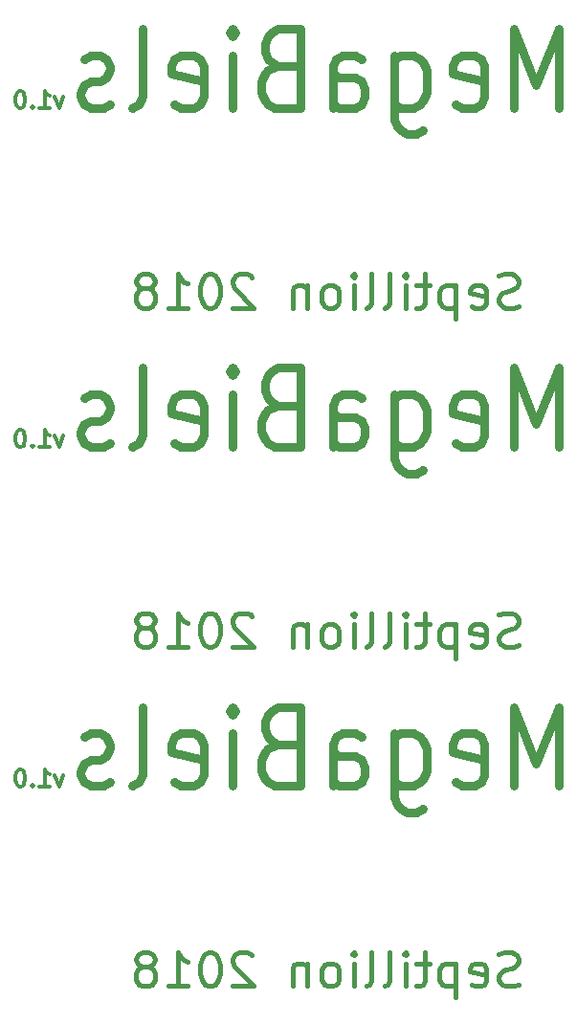
<source format=gbr>
G04 #@! TF.GenerationSoftware,KiCad,Pcbnew,(5.0.0)*
G04 #@! TF.CreationDate,2018-09-02T17:29:03+02:00*
G04 #@! TF.ProjectId,MegaBiels_P,4D6567614269656C735F502E6B696361,rev?*
G04 #@! TF.SameCoordinates,Original*
G04 #@! TF.FileFunction,Legend,Bot*
G04 #@! TF.FilePolarity,Positive*
%FSLAX46Y46*%
G04 Gerber Fmt 4.6, Leading zero omitted, Abs format (unit mm)*
G04 Created by KiCad (PCBNEW (5.0.0)) date 09/02/18 17:29:03*
%MOMM*%
%LPD*%
G01*
G04 APERTURE LIST*
%ADD10C,0.800000*%
%ADD11C,0.400000*%
%ADD12C,0.300000*%
G04 APERTURE END LIST*
D10*
X180500000Y-122666666D02*
X180500000Y-115666666D01*
X178500000Y-120666666D01*
X176500000Y-115666666D01*
X176500000Y-122666666D01*
X171357142Y-122333333D02*
X171928571Y-122666666D01*
X173071428Y-122666666D01*
X173642857Y-122333333D01*
X173928571Y-121666666D01*
X173928571Y-119000000D01*
X173642857Y-118333333D01*
X173071428Y-118000000D01*
X171928571Y-118000000D01*
X171357142Y-118333333D01*
X171071428Y-119000000D01*
X171071428Y-119666666D01*
X173928571Y-120333333D01*
X165928571Y-118000000D02*
X165928571Y-123666666D01*
X166214285Y-124333333D01*
X166500000Y-124666666D01*
X167071428Y-125000000D01*
X167928571Y-125000000D01*
X168500000Y-124666666D01*
X165928571Y-122333333D02*
X166500000Y-122666666D01*
X167642857Y-122666666D01*
X168214285Y-122333333D01*
X168500000Y-122000000D01*
X168785714Y-121333333D01*
X168785714Y-119333333D01*
X168500000Y-118666666D01*
X168214285Y-118333333D01*
X167642857Y-118000000D01*
X166500000Y-118000000D01*
X165928571Y-118333333D01*
X160500000Y-122666666D02*
X160500000Y-119000000D01*
X160785714Y-118333333D01*
X161357142Y-118000000D01*
X162500000Y-118000000D01*
X163071428Y-118333333D01*
X160500000Y-122333333D02*
X161071428Y-122666666D01*
X162500000Y-122666666D01*
X163071428Y-122333333D01*
X163357142Y-121666666D01*
X163357142Y-121000000D01*
X163071428Y-120333333D01*
X162500000Y-120000000D01*
X161071428Y-120000000D01*
X160500000Y-119666666D01*
X155642857Y-119000000D02*
X154785714Y-119333333D01*
X154500000Y-119666666D01*
X154214285Y-120333333D01*
X154214285Y-121333333D01*
X154500000Y-122000000D01*
X154785714Y-122333333D01*
X155357142Y-122666666D01*
X157642857Y-122666666D01*
X157642857Y-115666666D01*
X155642857Y-115666666D01*
X155071428Y-116000000D01*
X154785714Y-116333333D01*
X154500000Y-117000000D01*
X154500000Y-117666666D01*
X154785714Y-118333333D01*
X155071428Y-118666666D01*
X155642857Y-119000000D01*
X157642857Y-119000000D01*
X151642857Y-122666666D02*
X151642857Y-118000000D01*
X151642857Y-115666666D02*
X151928571Y-116000000D01*
X151642857Y-116333333D01*
X151357142Y-116000000D01*
X151642857Y-115666666D01*
X151642857Y-116333333D01*
X146500000Y-122333333D02*
X147071428Y-122666666D01*
X148214285Y-122666666D01*
X148785714Y-122333333D01*
X149071428Y-121666666D01*
X149071428Y-119000000D01*
X148785714Y-118333333D01*
X148214285Y-118000000D01*
X147071428Y-118000000D01*
X146500000Y-118333333D01*
X146214285Y-119000000D01*
X146214285Y-119666666D01*
X149071428Y-120333333D01*
X142785714Y-122666666D02*
X143357142Y-122333333D01*
X143642857Y-121666666D01*
X143642857Y-115666666D01*
X140785714Y-122333333D02*
X140214285Y-122666666D01*
X139071428Y-122666666D01*
X138500000Y-122333333D01*
X138214285Y-121666666D01*
X138214285Y-121333333D01*
X138500000Y-120666666D01*
X139071428Y-120333333D01*
X139928571Y-120333333D01*
X140500000Y-120000000D01*
X140785714Y-119333333D01*
X140785714Y-119000000D01*
X140500000Y-118333333D01*
X139928571Y-118000000D01*
X139071428Y-118000000D01*
X138500000Y-118333333D01*
D11*
X176928571Y-140214285D02*
X176500000Y-140357142D01*
X175785714Y-140357142D01*
X175500000Y-140214285D01*
X175357142Y-140071428D01*
X175214285Y-139785714D01*
X175214285Y-139500000D01*
X175357142Y-139214285D01*
X175500000Y-139071428D01*
X175785714Y-138928571D01*
X176357142Y-138785714D01*
X176642857Y-138642857D01*
X176785714Y-138500000D01*
X176928571Y-138214285D01*
X176928571Y-137928571D01*
X176785714Y-137642857D01*
X176642857Y-137500000D01*
X176357142Y-137357142D01*
X175642857Y-137357142D01*
X175214285Y-137500000D01*
X172785714Y-140214285D02*
X173071428Y-140357142D01*
X173642857Y-140357142D01*
X173928571Y-140214285D01*
X174071428Y-139928571D01*
X174071428Y-138785714D01*
X173928571Y-138500000D01*
X173642857Y-138357142D01*
X173071428Y-138357142D01*
X172785714Y-138500000D01*
X172642857Y-138785714D01*
X172642857Y-139071428D01*
X174071428Y-139357142D01*
X171357142Y-138357142D02*
X171357142Y-141357142D01*
X171357142Y-138500000D02*
X171071428Y-138357142D01*
X170500000Y-138357142D01*
X170214285Y-138500000D01*
X170071428Y-138642857D01*
X169928571Y-138928571D01*
X169928571Y-139785714D01*
X170071428Y-140071428D01*
X170214285Y-140214285D01*
X170500000Y-140357142D01*
X171071428Y-140357142D01*
X171357142Y-140214285D01*
X169071428Y-138357142D02*
X167928571Y-138357142D01*
X168642857Y-137357142D02*
X168642857Y-139928571D01*
X168500000Y-140214285D01*
X168214285Y-140357142D01*
X167928571Y-140357142D01*
X166928571Y-140357142D02*
X166928571Y-138357142D01*
X166928571Y-137357142D02*
X167071428Y-137500000D01*
X166928571Y-137642857D01*
X166785714Y-137500000D01*
X166928571Y-137357142D01*
X166928571Y-137642857D01*
X165071428Y-140357142D02*
X165357142Y-140214285D01*
X165500000Y-139928571D01*
X165500000Y-137357142D01*
X163500000Y-140357142D02*
X163785714Y-140214285D01*
X163928571Y-139928571D01*
X163928571Y-137357142D01*
X162357142Y-140357142D02*
X162357142Y-138357142D01*
X162357142Y-137357142D02*
X162500000Y-137500000D01*
X162357142Y-137642857D01*
X162214285Y-137500000D01*
X162357142Y-137357142D01*
X162357142Y-137642857D01*
X160500000Y-140357142D02*
X160785714Y-140214285D01*
X160928571Y-140071428D01*
X161071428Y-139785714D01*
X161071428Y-138928571D01*
X160928571Y-138642857D01*
X160785714Y-138500000D01*
X160500000Y-138357142D01*
X160071428Y-138357142D01*
X159785714Y-138500000D01*
X159642857Y-138642857D01*
X159500000Y-138928571D01*
X159500000Y-139785714D01*
X159642857Y-140071428D01*
X159785714Y-140214285D01*
X160071428Y-140357142D01*
X160500000Y-140357142D01*
X158214285Y-138357142D02*
X158214285Y-140357142D01*
X158214285Y-138642857D02*
X158071428Y-138500000D01*
X157785714Y-138357142D01*
X157357142Y-138357142D01*
X157071428Y-138500000D01*
X156928571Y-138785714D01*
X156928571Y-140357142D01*
X153357142Y-137642857D02*
X153214285Y-137500000D01*
X152928571Y-137357142D01*
X152214285Y-137357142D01*
X151928571Y-137500000D01*
X151785714Y-137642857D01*
X151642857Y-137928571D01*
X151642857Y-138214285D01*
X151785714Y-138642857D01*
X153500000Y-140357142D01*
X151642857Y-140357142D01*
X149785714Y-137357142D02*
X149500000Y-137357142D01*
X149214285Y-137500000D01*
X149071428Y-137642857D01*
X148928571Y-137928571D01*
X148785714Y-138500000D01*
X148785714Y-139214285D01*
X148928571Y-139785714D01*
X149071428Y-140071428D01*
X149214285Y-140214285D01*
X149500000Y-140357142D01*
X149785714Y-140357142D01*
X150071428Y-140214285D01*
X150214285Y-140071428D01*
X150357142Y-139785714D01*
X150500000Y-139214285D01*
X150500000Y-138500000D01*
X150357142Y-137928571D01*
X150214285Y-137642857D01*
X150071428Y-137500000D01*
X149785714Y-137357142D01*
X145928571Y-140357142D02*
X147642857Y-140357142D01*
X146785714Y-140357142D02*
X146785714Y-137357142D01*
X147071428Y-137785714D01*
X147357142Y-138071428D01*
X147642857Y-138214285D01*
X144214285Y-138642857D02*
X144500000Y-138500000D01*
X144642857Y-138357142D01*
X144785714Y-138071428D01*
X144785714Y-137928571D01*
X144642857Y-137642857D01*
X144500000Y-137500000D01*
X144214285Y-137357142D01*
X143642857Y-137357142D01*
X143357142Y-137500000D01*
X143214285Y-137642857D01*
X143071428Y-137928571D01*
X143071428Y-138071428D01*
X143214285Y-138357142D01*
X143357142Y-138500000D01*
X143642857Y-138642857D01*
X144214285Y-138642857D01*
X144500000Y-138785714D01*
X144642857Y-138928571D01*
X144785714Y-139214285D01*
X144785714Y-139785714D01*
X144642857Y-140071428D01*
X144500000Y-140214285D01*
X144214285Y-140357142D01*
X143642857Y-140357142D01*
X143357142Y-140214285D01*
X143214285Y-140071428D01*
X143071428Y-139785714D01*
X143071428Y-139214285D01*
X143214285Y-138928571D01*
X143357142Y-138785714D01*
X143642857Y-138642857D01*
D12*
X136642857Y-121678571D02*
X136285714Y-122678571D01*
X135928571Y-121678571D01*
X134571428Y-122678571D02*
X135428571Y-122678571D01*
X135000000Y-122678571D02*
X135000000Y-121178571D01*
X135142857Y-121392857D01*
X135285714Y-121535714D01*
X135428571Y-121607142D01*
X133928571Y-122535714D02*
X133857142Y-122607142D01*
X133928571Y-122678571D01*
X134000000Y-122607142D01*
X133928571Y-122535714D01*
X133928571Y-122678571D01*
X132928571Y-121178571D02*
X132785714Y-121178571D01*
X132642857Y-121250000D01*
X132571428Y-121321428D01*
X132500000Y-121464285D01*
X132428571Y-121750000D01*
X132428571Y-122107142D01*
X132500000Y-122392857D01*
X132571428Y-122535714D01*
X132642857Y-122607142D01*
X132785714Y-122678571D01*
X132928571Y-122678571D01*
X133071428Y-122607142D01*
X133142857Y-122535714D01*
X133214285Y-122392857D01*
X133285714Y-122107142D01*
X133285714Y-121750000D01*
X133214285Y-121464285D01*
X133142857Y-121321428D01*
X133071428Y-121250000D01*
X132928571Y-121178571D01*
D10*
X180500000Y-92666666D02*
X180500000Y-85666666D01*
X178500000Y-90666666D01*
X176500000Y-85666666D01*
X176500000Y-92666666D01*
X171357142Y-92333333D02*
X171928571Y-92666666D01*
X173071428Y-92666666D01*
X173642857Y-92333333D01*
X173928571Y-91666666D01*
X173928571Y-89000000D01*
X173642857Y-88333333D01*
X173071428Y-88000000D01*
X171928571Y-88000000D01*
X171357142Y-88333333D01*
X171071428Y-89000000D01*
X171071428Y-89666666D01*
X173928571Y-90333333D01*
X165928571Y-88000000D02*
X165928571Y-93666666D01*
X166214285Y-94333333D01*
X166500000Y-94666666D01*
X167071428Y-95000000D01*
X167928571Y-95000000D01*
X168500000Y-94666666D01*
X165928571Y-92333333D02*
X166500000Y-92666666D01*
X167642857Y-92666666D01*
X168214285Y-92333333D01*
X168500000Y-92000000D01*
X168785714Y-91333333D01*
X168785714Y-89333333D01*
X168500000Y-88666666D01*
X168214285Y-88333333D01*
X167642857Y-88000000D01*
X166500000Y-88000000D01*
X165928571Y-88333333D01*
X160500000Y-92666666D02*
X160500000Y-89000000D01*
X160785714Y-88333333D01*
X161357142Y-88000000D01*
X162500000Y-88000000D01*
X163071428Y-88333333D01*
X160500000Y-92333333D02*
X161071428Y-92666666D01*
X162500000Y-92666666D01*
X163071428Y-92333333D01*
X163357142Y-91666666D01*
X163357142Y-91000000D01*
X163071428Y-90333333D01*
X162500000Y-90000000D01*
X161071428Y-90000000D01*
X160500000Y-89666666D01*
X155642857Y-89000000D02*
X154785714Y-89333333D01*
X154500000Y-89666666D01*
X154214285Y-90333333D01*
X154214285Y-91333333D01*
X154500000Y-92000000D01*
X154785714Y-92333333D01*
X155357142Y-92666666D01*
X157642857Y-92666666D01*
X157642857Y-85666666D01*
X155642857Y-85666666D01*
X155071428Y-86000000D01*
X154785714Y-86333333D01*
X154500000Y-87000000D01*
X154500000Y-87666666D01*
X154785714Y-88333333D01*
X155071428Y-88666666D01*
X155642857Y-89000000D01*
X157642857Y-89000000D01*
X151642857Y-92666666D02*
X151642857Y-88000000D01*
X151642857Y-85666666D02*
X151928571Y-86000000D01*
X151642857Y-86333333D01*
X151357142Y-86000000D01*
X151642857Y-85666666D01*
X151642857Y-86333333D01*
X146500000Y-92333333D02*
X147071428Y-92666666D01*
X148214285Y-92666666D01*
X148785714Y-92333333D01*
X149071428Y-91666666D01*
X149071428Y-89000000D01*
X148785714Y-88333333D01*
X148214285Y-88000000D01*
X147071428Y-88000000D01*
X146500000Y-88333333D01*
X146214285Y-89000000D01*
X146214285Y-89666666D01*
X149071428Y-90333333D01*
X142785714Y-92666666D02*
X143357142Y-92333333D01*
X143642857Y-91666666D01*
X143642857Y-85666666D01*
X140785714Y-92333333D02*
X140214285Y-92666666D01*
X139071428Y-92666666D01*
X138500000Y-92333333D01*
X138214285Y-91666666D01*
X138214285Y-91333333D01*
X138500000Y-90666666D01*
X139071428Y-90333333D01*
X139928571Y-90333333D01*
X140500000Y-90000000D01*
X140785714Y-89333333D01*
X140785714Y-89000000D01*
X140500000Y-88333333D01*
X139928571Y-88000000D01*
X139071428Y-88000000D01*
X138500000Y-88333333D01*
D11*
X176928571Y-110214285D02*
X176500000Y-110357142D01*
X175785714Y-110357142D01*
X175500000Y-110214285D01*
X175357142Y-110071428D01*
X175214285Y-109785714D01*
X175214285Y-109500000D01*
X175357142Y-109214285D01*
X175500000Y-109071428D01*
X175785714Y-108928571D01*
X176357142Y-108785714D01*
X176642857Y-108642857D01*
X176785714Y-108500000D01*
X176928571Y-108214285D01*
X176928571Y-107928571D01*
X176785714Y-107642857D01*
X176642857Y-107500000D01*
X176357142Y-107357142D01*
X175642857Y-107357142D01*
X175214285Y-107500000D01*
X172785714Y-110214285D02*
X173071428Y-110357142D01*
X173642857Y-110357142D01*
X173928571Y-110214285D01*
X174071428Y-109928571D01*
X174071428Y-108785714D01*
X173928571Y-108500000D01*
X173642857Y-108357142D01*
X173071428Y-108357142D01*
X172785714Y-108500000D01*
X172642857Y-108785714D01*
X172642857Y-109071428D01*
X174071428Y-109357142D01*
X171357142Y-108357142D02*
X171357142Y-111357142D01*
X171357142Y-108500000D02*
X171071428Y-108357142D01*
X170500000Y-108357142D01*
X170214285Y-108500000D01*
X170071428Y-108642857D01*
X169928571Y-108928571D01*
X169928571Y-109785714D01*
X170071428Y-110071428D01*
X170214285Y-110214285D01*
X170500000Y-110357142D01*
X171071428Y-110357142D01*
X171357142Y-110214285D01*
X169071428Y-108357142D02*
X167928571Y-108357142D01*
X168642857Y-107357142D02*
X168642857Y-109928571D01*
X168500000Y-110214285D01*
X168214285Y-110357142D01*
X167928571Y-110357142D01*
X166928571Y-110357142D02*
X166928571Y-108357142D01*
X166928571Y-107357142D02*
X167071428Y-107500000D01*
X166928571Y-107642857D01*
X166785714Y-107500000D01*
X166928571Y-107357142D01*
X166928571Y-107642857D01*
X165071428Y-110357142D02*
X165357142Y-110214285D01*
X165500000Y-109928571D01*
X165500000Y-107357142D01*
X163500000Y-110357142D02*
X163785714Y-110214285D01*
X163928571Y-109928571D01*
X163928571Y-107357142D01*
X162357142Y-110357142D02*
X162357142Y-108357142D01*
X162357142Y-107357142D02*
X162500000Y-107500000D01*
X162357142Y-107642857D01*
X162214285Y-107500000D01*
X162357142Y-107357142D01*
X162357142Y-107642857D01*
X160500000Y-110357142D02*
X160785714Y-110214285D01*
X160928571Y-110071428D01*
X161071428Y-109785714D01*
X161071428Y-108928571D01*
X160928571Y-108642857D01*
X160785714Y-108500000D01*
X160500000Y-108357142D01*
X160071428Y-108357142D01*
X159785714Y-108500000D01*
X159642857Y-108642857D01*
X159500000Y-108928571D01*
X159500000Y-109785714D01*
X159642857Y-110071428D01*
X159785714Y-110214285D01*
X160071428Y-110357142D01*
X160500000Y-110357142D01*
X158214285Y-108357142D02*
X158214285Y-110357142D01*
X158214285Y-108642857D02*
X158071428Y-108500000D01*
X157785714Y-108357142D01*
X157357142Y-108357142D01*
X157071428Y-108500000D01*
X156928571Y-108785714D01*
X156928571Y-110357142D01*
X153357142Y-107642857D02*
X153214285Y-107500000D01*
X152928571Y-107357142D01*
X152214285Y-107357142D01*
X151928571Y-107500000D01*
X151785714Y-107642857D01*
X151642857Y-107928571D01*
X151642857Y-108214285D01*
X151785714Y-108642857D01*
X153500000Y-110357142D01*
X151642857Y-110357142D01*
X149785714Y-107357142D02*
X149500000Y-107357142D01*
X149214285Y-107500000D01*
X149071428Y-107642857D01*
X148928571Y-107928571D01*
X148785714Y-108500000D01*
X148785714Y-109214285D01*
X148928571Y-109785714D01*
X149071428Y-110071428D01*
X149214285Y-110214285D01*
X149500000Y-110357142D01*
X149785714Y-110357142D01*
X150071428Y-110214285D01*
X150214285Y-110071428D01*
X150357142Y-109785714D01*
X150500000Y-109214285D01*
X150500000Y-108500000D01*
X150357142Y-107928571D01*
X150214285Y-107642857D01*
X150071428Y-107500000D01*
X149785714Y-107357142D01*
X145928571Y-110357142D02*
X147642857Y-110357142D01*
X146785714Y-110357142D02*
X146785714Y-107357142D01*
X147071428Y-107785714D01*
X147357142Y-108071428D01*
X147642857Y-108214285D01*
X144214285Y-108642857D02*
X144500000Y-108500000D01*
X144642857Y-108357142D01*
X144785714Y-108071428D01*
X144785714Y-107928571D01*
X144642857Y-107642857D01*
X144500000Y-107500000D01*
X144214285Y-107357142D01*
X143642857Y-107357142D01*
X143357142Y-107500000D01*
X143214285Y-107642857D01*
X143071428Y-107928571D01*
X143071428Y-108071428D01*
X143214285Y-108357142D01*
X143357142Y-108500000D01*
X143642857Y-108642857D01*
X144214285Y-108642857D01*
X144500000Y-108785714D01*
X144642857Y-108928571D01*
X144785714Y-109214285D01*
X144785714Y-109785714D01*
X144642857Y-110071428D01*
X144500000Y-110214285D01*
X144214285Y-110357142D01*
X143642857Y-110357142D01*
X143357142Y-110214285D01*
X143214285Y-110071428D01*
X143071428Y-109785714D01*
X143071428Y-109214285D01*
X143214285Y-108928571D01*
X143357142Y-108785714D01*
X143642857Y-108642857D01*
D12*
X136642857Y-91678571D02*
X136285714Y-92678571D01*
X135928571Y-91678571D01*
X134571428Y-92678571D02*
X135428571Y-92678571D01*
X135000000Y-92678571D02*
X135000000Y-91178571D01*
X135142857Y-91392857D01*
X135285714Y-91535714D01*
X135428571Y-91607142D01*
X133928571Y-92535714D02*
X133857142Y-92607142D01*
X133928571Y-92678571D01*
X134000000Y-92607142D01*
X133928571Y-92535714D01*
X133928571Y-92678571D01*
X132928571Y-91178571D02*
X132785714Y-91178571D01*
X132642857Y-91250000D01*
X132571428Y-91321428D01*
X132500000Y-91464285D01*
X132428571Y-91750000D01*
X132428571Y-92107142D01*
X132500000Y-92392857D01*
X132571428Y-92535714D01*
X132642857Y-92607142D01*
X132785714Y-92678571D01*
X132928571Y-92678571D01*
X133071428Y-92607142D01*
X133142857Y-92535714D01*
X133214285Y-92392857D01*
X133285714Y-92107142D01*
X133285714Y-91750000D01*
X133214285Y-91464285D01*
X133142857Y-91321428D01*
X133071428Y-91250000D01*
X132928571Y-91178571D01*
D11*
X176928571Y-80214285D02*
X176500000Y-80357142D01*
X175785714Y-80357142D01*
X175500000Y-80214285D01*
X175357142Y-80071428D01*
X175214285Y-79785714D01*
X175214285Y-79500000D01*
X175357142Y-79214285D01*
X175500000Y-79071428D01*
X175785714Y-78928571D01*
X176357142Y-78785714D01*
X176642857Y-78642857D01*
X176785714Y-78500000D01*
X176928571Y-78214285D01*
X176928571Y-77928571D01*
X176785714Y-77642857D01*
X176642857Y-77500000D01*
X176357142Y-77357142D01*
X175642857Y-77357142D01*
X175214285Y-77500000D01*
X172785714Y-80214285D02*
X173071428Y-80357142D01*
X173642857Y-80357142D01*
X173928571Y-80214285D01*
X174071428Y-79928571D01*
X174071428Y-78785714D01*
X173928571Y-78500000D01*
X173642857Y-78357142D01*
X173071428Y-78357142D01*
X172785714Y-78500000D01*
X172642857Y-78785714D01*
X172642857Y-79071428D01*
X174071428Y-79357142D01*
X171357142Y-78357142D02*
X171357142Y-81357142D01*
X171357142Y-78500000D02*
X171071428Y-78357142D01*
X170500000Y-78357142D01*
X170214285Y-78500000D01*
X170071428Y-78642857D01*
X169928571Y-78928571D01*
X169928571Y-79785714D01*
X170071428Y-80071428D01*
X170214285Y-80214285D01*
X170500000Y-80357142D01*
X171071428Y-80357142D01*
X171357142Y-80214285D01*
X169071428Y-78357142D02*
X167928571Y-78357142D01*
X168642857Y-77357142D02*
X168642857Y-79928571D01*
X168500000Y-80214285D01*
X168214285Y-80357142D01*
X167928571Y-80357142D01*
X166928571Y-80357142D02*
X166928571Y-78357142D01*
X166928571Y-77357142D02*
X167071428Y-77500000D01*
X166928571Y-77642857D01*
X166785714Y-77500000D01*
X166928571Y-77357142D01*
X166928571Y-77642857D01*
X165071428Y-80357142D02*
X165357142Y-80214285D01*
X165500000Y-79928571D01*
X165500000Y-77357142D01*
X163500000Y-80357142D02*
X163785714Y-80214285D01*
X163928571Y-79928571D01*
X163928571Y-77357142D01*
X162357142Y-80357142D02*
X162357142Y-78357142D01*
X162357142Y-77357142D02*
X162500000Y-77500000D01*
X162357142Y-77642857D01*
X162214285Y-77500000D01*
X162357142Y-77357142D01*
X162357142Y-77642857D01*
X160500000Y-80357142D02*
X160785714Y-80214285D01*
X160928571Y-80071428D01*
X161071428Y-79785714D01*
X161071428Y-78928571D01*
X160928571Y-78642857D01*
X160785714Y-78500000D01*
X160500000Y-78357142D01*
X160071428Y-78357142D01*
X159785714Y-78500000D01*
X159642857Y-78642857D01*
X159500000Y-78928571D01*
X159500000Y-79785714D01*
X159642857Y-80071428D01*
X159785714Y-80214285D01*
X160071428Y-80357142D01*
X160500000Y-80357142D01*
X158214285Y-78357142D02*
X158214285Y-80357142D01*
X158214285Y-78642857D02*
X158071428Y-78500000D01*
X157785714Y-78357142D01*
X157357142Y-78357142D01*
X157071428Y-78500000D01*
X156928571Y-78785714D01*
X156928571Y-80357142D01*
X153357142Y-77642857D02*
X153214285Y-77500000D01*
X152928571Y-77357142D01*
X152214285Y-77357142D01*
X151928571Y-77500000D01*
X151785714Y-77642857D01*
X151642857Y-77928571D01*
X151642857Y-78214285D01*
X151785714Y-78642857D01*
X153500000Y-80357142D01*
X151642857Y-80357142D01*
X149785714Y-77357142D02*
X149500000Y-77357142D01*
X149214285Y-77500000D01*
X149071428Y-77642857D01*
X148928571Y-77928571D01*
X148785714Y-78500000D01*
X148785714Y-79214285D01*
X148928571Y-79785714D01*
X149071428Y-80071428D01*
X149214285Y-80214285D01*
X149500000Y-80357142D01*
X149785714Y-80357142D01*
X150071428Y-80214285D01*
X150214285Y-80071428D01*
X150357142Y-79785714D01*
X150500000Y-79214285D01*
X150500000Y-78500000D01*
X150357142Y-77928571D01*
X150214285Y-77642857D01*
X150071428Y-77500000D01*
X149785714Y-77357142D01*
X145928571Y-80357142D02*
X147642857Y-80357142D01*
X146785714Y-80357142D02*
X146785714Y-77357142D01*
X147071428Y-77785714D01*
X147357142Y-78071428D01*
X147642857Y-78214285D01*
X144214285Y-78642857D02*
X144500000Y-78500000D01*
X144642857Y-78357142D01*
X144785714Y-78071428D01*
X144785714Y-77928571D01*
X144642857Y-77642857D01*
X144500000Y-77500000D01*
X144214285Y-77357142D01*
X143642857Y-77357142D01*
X143357142Y-77500000D01*
X143214285Y-77642857D01*
X143071428Y-77928571D01*
X143071428Y-78071428D01*
X143214285Y-78357142D01*
X143357142Y-78500000D01*
X143642857Y-78642857D01*
X144214285Y-78642857D01*
X144500000Y-78785714D01*
X144642857Y-78928571D01*
X144785714Y-79214285D01*
X144785714Y-79785714D01*
X144642857Y-80071428D01*
X144500000Y-80214285D01*
X144214285Y-80357142D01*
X143642857Y-80357142D01*
X143357142Y-80214285D01*
X143214285Y-80071428D01*
X143071428Y-79785714D01*
X143071428Y-79214285D01*
X143214285Y-78928571D01*
X143357142Y-78785714D01*
X143642857Y-78642857D01*
D12*
X136642857Y-61678571D02*
X136285714Y-62678571D01*
X135928571Y-61678571D01*
X134571428Y-62678571D02*
X135428571Y-62678571D01*
X135000000Y-62678571D02*
X135000000Y-61178571D01*
X135142857Y-61392857D01*
X135285714Y-61535714D01*
X135428571Y-61607142D01*
X133928571Y-62535714D02*
X133857142Y-62607142D01*
X133928571Y-62678571D01*
X134000000Y-62607142D01*
X133928571Y-62535714D01*
X133928571Y-62678571D01*
X132928571Y-61178571D02*
X132785714Y-61178571D01*
X132642857Y-61250000D01*
X132571428Y-61321428D01*
X132500000Y-61464285D01*
X132428571Y-61750000D01*
X132428571Y-62107142D01*
X132500000Y-62392857D01*
X132571428Y-62535714D01*
X132642857Y-62607142D01*
X132785714Y-62678571D01*
X132928571Y-62678571D01*
X133071428Y-62607142D01*
X133142857Y-62535714D01*
X133214285Y-62392857D01*
X133285714Y-62107142D01*
X133285714Y-61750000D01*
X133214285Y-61464285D01*
X133142857Y-61321428D01*
X133071428Y-61250000D01*
X132928571Y-61178571D01*
D10*
X180500000Y-62666666D02*
X180500000Y-55666666D01*
X178500000Y-60666666D01*
X176500000Y-55666666D01*
X176500000Y-62666666D01*
X171357142Y-62333333D02*
X171928571Y-62666666D01*
X173071428Y-62666666D01*
X173642857Y-62333333D01*
X173928571Y-61666666D01*
X173928571Y-59000000D01*
X173642857Y-58333333D01*
X173071428Y-58000000D01*
X171928571Y-58000000D01*
X171357142Y-58333333D01*
X171071428Y-59000000D01*
X171071428Y-59666666D01*
X173928571Y-60333333D01*
X165928571Y-58000000D02*
X165928571Y-63666666D01*
X166214285Y-64333333D01*
X166500000Y-64666666D01*
X167071428Y-65000000D01*
X167928571Y-65000000D01*
X168500000Y-64666666D01*
X165928571Y-62333333D02*
X166500000Y-62666666D01*
X167642857Y-62666666D01*
X168214285Y-62333333D01*
X168500000Y-62000000D01*
X168785714Y-61333333D01*
X168785714Y-59333333D01*
X168500000Y-58666666D01*
X168214285Y-58333333D01*
X167642857Y-58000000D01*
X166500000Y-58000000D01*
X165928571Y-58333333D01*
X160500000Y-62666666D02*
X160500000Y-59000000D01*
X160785714Y-58333333D01*
X161357142Y-58000000D01*
X162500000Y-58000000D01*
X163071428Y-58333333D01*
X160500000Y-62333333D02*
X161071428Y-62666666D01*
X162500000Y-62666666D01*
X163071428Y-62333333D01*
X163357142Y-61666666D01*
X163357142Y-61000000D01*
X163071428Y-60333333D01*
X162500000Y-60000000D01*
X161071428Y-60000000D01*
X160500000Y-59666666D01*
X155642857Y-59000000D02*
X154785714Y-59333333D01*
X154500000Y-59666666D01*
X154214285Y-60333333D01*
X154214285Y-61333333D01*
X154500000Y-62000000D01*
X154785714Y-62333333D01*
X155357142Y-62666666D01*
X157642857Y-62666666D01*
X157642857Y-55666666D01*
X155642857Y-55666666D01*
X155071428Y-56000000D01*
X154785714Y-56333333D01*
X154500000Y-57000000D01*
X154500000Y-57666666D01*
X154785714Y-58333333D01*
X155071428Y-58666666D01*
X155642857Y-59000000D01*
X157642857Y-59000000D01*
X151642857Y-62666666D02*
X151642857Y-58000000D01*
X151642857Y-55666666D02*
X151928571Y-56000000D01*
X151642857Y-56333333D01*
X151357142Y-56000000D01*
X151642857Y-55666666D01*
X151642857Y-56333333D01*
X146500000Y-62333333D02*
X147071428Y-62666666D01*
X148214285Y-62666666D01*
X148785714Y-62333333D01*
X149071428Y-61666666D01*
X149071428Y-59000000D01*
X148785714Y-58333333D01*
X148214285Y-58000000D01*
X147071428Y-58000000D01*
X146500000Y-58333333D01*
X146214285Y-59000000D01*
X146214285Y-59666666D01*
X149071428Y-60333333D01*
X142785714Y-62666666D02*
X143357142Y-62333333D01*
X143642857Y-61666666D01*
X143642857Y-55666666D01*
X140785714Y-62333333D02*
X140214285Y-62666666D01*
X139071428Y-62666666D01*
X138500000Y-62333333D01*
X138214285Y-61666666D01*
X138214285Y-61333333D01*
X138500000Y-60666666D01*
X139071428Y-60333333D01*
X139928571Y-60333333D01*
X140500000Y-60000000D01*
X140785714Y-59333333D01*
X140785714Y-59000000D01*
X140500000Y-58333333D01*
X139928571Y-58000000D01*
X139071428Y-58000000D01*
X138500000Y-58333333D01*
M02*

</source>
